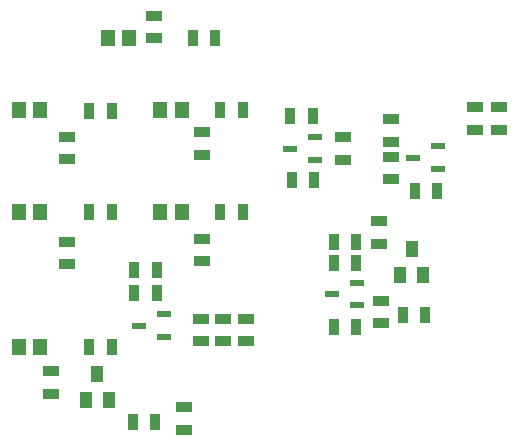
<source format=gbp>
G04*
G04 #@! TF.GenerationSoftware,Altium Limited,Altium Designer,23.8.1 (32)*
G04*
G04 Layer_Color=128*
%FSLAX44Y44*%
%MOMM*%
G71*
G04*
G04 #@! TF.SameCoordinates,C7883470-4D28-45A4-81C0-78593BF10AE1*
G04*
G04*
G04 #@! TF.FilePolarity,Positive*
G04*
G01*
G75*
%ADD20R,1.1500X1.4500*%
%ADD52R,1.0000X1.4000*%
%ADD53R,1.3800X0.9200*%
%ADD54R,0.9200X1.3800*%
G04:AMPARAMS|DCode=55|XSize=1.24mm|YSize=0.59mm|CornerRadius=0.0738mm|HoleSize=0mm|Usage=FLASHONLY|Rotation=180.000|XOffset=0mm|YOffset=0mm|HoleType=Round|Shape=RoundedRectangle|*
%AMROUNDEDRECTD55*
21,1,1.2400,0.4425,0,0,180.0*
21,1,1.0925,0.5900,0,0,180.0*
1,1,0.1475,-0.5463,0.2213*
1,1,0.1475,0.5463,0.2213*
1,1,0.1475,0.5463,-0.2213*
1,1,0.1475,-0.5463,-0.2213*
%
%ADD55ROUNDEDRECTD55*%
D20*
X1020970Y1211580D02*
D03*
X1038970D02*
D03*
X946040Y949960D02*
D03*
X964040D02*
D03*
X1065530Y1064260D02*
D03*
X1083530D02*
D03*
X946040D02*
D03*
X964040D02*
D03*
X1065530Y1150620D02*
D03*
X1083530D02*
D03*
X946040D02*
D03*
X964040D02*
D03*
D52*
X1021690Y904670D02*
D03*
X1002690D02*
D03*
X1012190Y926670D02*
D03*
X1287730Y1010920D02*
D03*
X1268730D02*
D03*
X1278230Y1032920D02*
D03*
D53*
X1085850Y898550D02*
D03*
Y879450D02*
D03*
X1250950Y1056030D02*
D03*
Y1036930D02*
D03*
X1252220Y988720D02*
D03*
Y969620D02*
D03*
X1060450Y1210920D02*
D03*
Y1230020D02*
D03*
X1261110Y1091540D02*
D03*
Y1110640D02*
D03*
X1352550Y1133450D02*
D03*
Y1152550D02*
D03*
X1261110Y1123290D02*
D03*
Y1142390D02*
D03*
X1332230Y1133450D02*
D03*
Y1152550D02*
D03*
X1220470Y1127150D02*
D03*
Y1108050D02*
D03*
X1099820Y973480D02*
D03*
Y954380D02*
D03*
X1137920Y973480D02*
D03*
Y954380D02*
D03*
X1118870Y973480D02*
D03*
Y954380D02*
D03*
X972820Y909930D02*
D03*
Y929030D02*
D03*
X1101090Y1022300D02*
D03*
Y1041400D02*
D03*
X986790Y1019760D02*
D03*
Y1038860D02*
D03*
X1101090Y1112470D02*
D03*
Y1131570D02*
D03*
X986790Y1108710D02*
D03*
Y1127810D02*
D03*
D54*
X1061110Y886460D02*
D03*
X1042010D02*
D03*
X1270610Y976630D02*
D03*
X1289710D02*
D03*
X1111910Y1211580D02*
D03*
X1092810D02*
D03*
X1299870Y1082040D02*
D03*
X1280770D02*
D03*
X1231290Y1038860D02*
D03*
X1212190D02*
D03*
Y1021080D02*
D03*
X1231290D02*
D03*
Y966470D02*
D03*
X1212190D02*
D03*
X1005180Y949960D02*
D03*
X1024280D02*
D03*
X1195730Y1090930D02*
D03*
X1176630D02*
D03*
X1175360Y1145540D02*
D03*
X1194460D02*
D03*
X1062380Y995680D02*
D03*
X1043280D02*
D03*
Y1014730D02*
D03*
X1062380D02*
D03*
X1116330Y1064260D02*
D03*
X1135430D02*
D03*
X1005180D02*
D03*
X1024280D02*
D03*
X1116330Y1150620D02*
D03*
X1135430D02*
D03*
X1005180Y1149350D02*
D03*
X1024280D02*
D03*
D55*
X1300870Y1119480D02*
D03*
Y1100480D02*
D03*
X1279770Y1109980D02*
D03*
X1232290Y1003910D02*
D03*
Y984910D02*
D03*
X1211190Y994410D02*
D03*
X1196730Y1127100D02*
D03*
Y1108100D02*
D03*
X1175630Y1117600D02*
D03*
X1068460Y977240D02*
D03*
Y958240D02*
D03*
X1047360Y967740D02*
D03*
M02*

</source>
